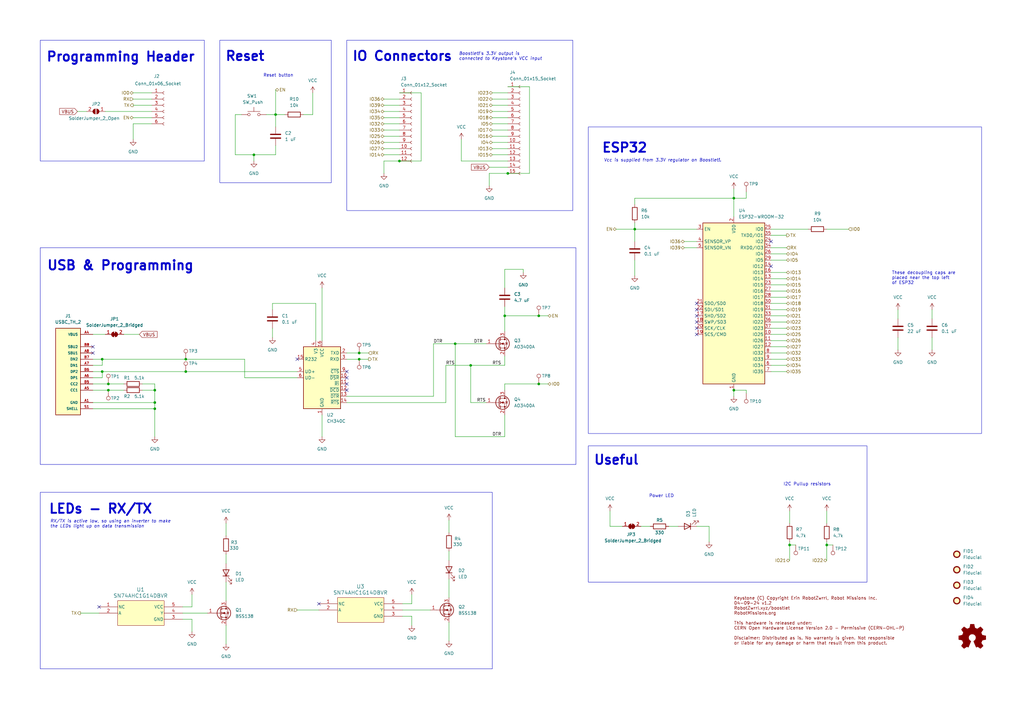
<source format=kicad_sch>
(kicad_sch (version 20231120) (generator "eeschema") (generator_version "8.0")
  (paper "A3")
  (title_block (title "Keystone-ESP") (date "03-09-24") (rev "v1.1"))
  (junction (at 163.83 66.04))
  (junction (at 44.45 157.48))
  (junction (at 41.91 152.4))
  (junction (at 76.2 147.32))
  (junction (at 63.5 167.64))
  (junction (at 76.2 152.4))
  (junction (at 63.5 165.1))
  (junction (at 300.99 160.02))
  (junction (at 147.32 147.32))
  (junction (at 339.09 223.52))
  (junction (at 147.32 144.78))
  (junction (at 104.14 63.5))
  (junction (at 41.91 147.32))
  (junction (at 63.5 160.02))
  (junction (at 260.35 93.98))
  (junction (at 44.45 160.02))
  (junction (at 220.98 129.54))
  (junction (at 323.85 223.52))
  (junction (at 207.01 129.54))
  (junction (at 300.99 81.28))
  (junction (at 186.69 140.97))
  (junction (at 193.04 149.86))
  (junction (at 208.28 71.12))
  (junction (at 113.03 46.99))
  (junction (at 220.98 157.48))
  (no_connect (at 285.75 127))
  (no_connect (at 285.75 134.62))
  (no_connect (at 316.23 109.22))
  (no_connect (at 285.75 132.08))
  (no_connect (at 142.24 160.02))
  (no_connect (at 142.24 157.48))
  (no_connect (at 142.24 152.4))
  (no_connect (at 285.75 129.54))
  (no_connect (at 38.1 142.24))
  (no_connect (at 38.1 144.78))
  (no_connect (at 285.75 124.46))
  (no_connect (at 316.23 99.06))
  (no_connect (at 40.64 248.92))
  (no_connect (at 142.24 154.94))
  (no_connect (at 130.81 247.65))
  (no_connect (at 285.75 137.16))
  (no_connect (at 121.92 147.32))
  (wire (pts (xy 184.15 255.27) (xy 184.15 262.89)))
  (wire (pts (xy 339.09 223.52) (xy 339.09 229.87)))
  (wire (pts (xy 207.01 110.49) (xy 207.01 118.11)))
  (wire (pts (xy 128.27 38.1) (xy 128.27 46.99)))
  (wire (pts (xy 132.08 170.18) (xy 132.08 179.07)))
  (wire (pts (xy 207.01 129.54) (xy 207.01 135.89)))
  (wire (pts (xy 142.24 165.1) (xy 182.88 165.1)))
  (wire (pts (xy 35.56 45.72) (xy 31.75 45.72)))
  (wire (pts (xy 157.48 43.18) (xy 163.83 43.18)))
  (wire (pts (xy 316.23 139.7) (xy 322.58 139.7)))
  (wire (pts (xy 41.91 149.86) (xy 41.91 147.32)))
  (wire (pts (xy 306.07 78.74) (xy 306.07 81.28)))
  (wire (pts (xy 62.23 40.64) (xy 54.61 40.64)))
  (wire (pts (xy 316.23 147.32) (xy 322.58 147.32)))
  (wire (pts (xy 280.67 101.6) (xy 285.75 101.6)))
  (wire (pts (xy 201.93 50.8) (xy 208.28 50.8)))
  (wire (pts (xy 184.15 213.36) (xy 184.15 218.44)))
  (wire (pts (xy 147.32 144.78) (xy 151.13 144.78)))
  (wire (pts (xy 38.1 147.32) (xy 41.91 147.32)))
  (wire (pts (xy 193.04 165.1) (xy 199.39 165.1)))
  (wire (pts (xy 208.28 66.04) (xy 189.23 66.04)))
  (wire (pts (xy 58.42 157.48) (xy 63.5 157.48)))
  (wire (pts (xy 62.23 38.1) (xy 54.61 38.1)))
  (wire (pts (xy 220.98 157.48) (xy 224.79 157.48)))
  (wire (pts (xy 92.71 256.54) (xy 92.71 264.16)))
  (wire (pts (xy 201.93 63.5) (xy 208.28 63.5)))
  (wire (pts (xy 323.85 222.25) (xy 323.85 223.52)))
  (wire (pts (xy 78.74 254) (xy 78.74 259.08)))
  (wire (pts (xy 157.48 63.5) (xy 163.83 63.5)))
  (wire (pts (xy 92.71 214.63) (xy 92.71 219.71)))
  (wire (pts (xy 92.71 227.33) (xy 92.71 231.14)))
  (wire (pts (xy 186.69 179.07) (xy 186.69 140.97)))
  (wire (pts (xy 208.28 71.12) (xy 217.17 71.12)))
  (wire (pts (xy 38.1 167.64) (xy 63.5 167.64)))
  (wire (pts (xy 147.32 147.32) (xy 151.13 147.32)))
  (wire (pts (xy 38.1 165.1) (xy 63.5 165.1)))
  (wire (pts (xy 207.01 129.54) (xy 220.98 129.54)))
  (wire (pts (xy 157.48 66.04) (xy 163.83 66.04)))
  (wire (pts (xy 104.14 63.5) (xy 104.14 66.04)))
  (wire (pts (xy 207.01 149.86) (xy 193.04 149.86)))
  (wire (pts (xy 300.99 160.02) (xy 300.99 162.56)))
  (wire (pts (xy 157.48 40.64) (xy 163.83 40.64)))
  (wire (pts (xy 111.76 134.62) (xy 111.76 138.43)))
  (wire (pts (xy 121.92 250.19) (xy 130.81 250.19)))
  (wire (pts (xy 207.01 146.05) (xy 207.01 149.86)))
  (wire (pts (xy 316.23 124.46) (xy 322.58 124.46)))
  (wire (pts (xy 323.85 223.52) (xy 323.85 229.87)))
  (wire (pts (xy 306.07 161.29) (xy 306.07 160.02)))
  (wire (pts (xy 285.75 215.9) (xy 290.83 215.9)))
  (wire (pts (xy 200.66 71.12) (xy 208.28 71.12)))
  (wire (pts (xy 85.09 251.46) (xy 74.93 251.46)))
  (wire (pts (xy 41.91 147.32) (xy 76.2 147.32)))
  (wire (pts (xy 260.35 93.98) (xy 260.35 99.06)))
  (wire (pts (xy 165.1 250.19) (xy 176.53 250.19)))
  (wire (pts (xy 214.63 110.49) (xy 207.01 110.49)))
  (wire (pts (xy 184.15 237.49) (xy 184.15 245.11)))
  (wire (pts (xy 33.02 251.46) (xy 40.64 251.46)))
  (wire (pts (xy 111.76 124.46) (xy 111.76 127)))
  (wire (pts (xy 129.54 124.46) (xy 111.76 124.46)))
  (wire (pts (xy 316.23 132.08) (xy 322.58 132.08)))
  (wire (pts (xy 207.01 125.73) (xy 207.01 129.54)))
  (wire (pts (xy 157.48 45.72) (xy 163.83 45.72)))
  (wire (pts (xy 208.28 35.56) (xy 217.17 35.56)))
  (wire (pts (xy 201.93 55.88) (xy 208.28 55.88)))
  (wire (pts (xy 157.48 55.88) (xy 163.83 55.88)))
  (wire (pts (xy 316.23 149.86) (xy 322.58 149.86)))
  (wire (pts (xy 214.63 111.76) (xy 214.63 110.49)))
  (wire (pts (xy 177.8 140.97) (xy 186.69 140.97)))
  (wire (pts (xy 76.2 147.32) (xy 100.33 147.32)))
  (wire (pts (xy 201.93 45.72) (xy 208.28 45.72)))
  (wire (pts (xy 339.09 209.55) (xy 339.09 214.63)))
  (wire (pts (xy 280.67 99.06) (xy 285.75 99.06)))
  (wire (pts (xy 322.58 96.52) (xy 316.23 96.52)))
  (wire (pts (xy 316.23 104.14) (xy 322.58 104.14)))
  (wire (pts (xy 165.1 247.65) (xy 168.91 247.65)))
  (wire (pts (xy 290.83 215.9) (xy 290.83 222.25)))
  (wire (pts (xy 142.24 162.56) (xy 177.8 162.56)))
  (wire (pts (xy 207.01 179.07) (xy 186.69 179.07)))
  (wire (pts (xy 63.5 167.64) (xy 63.5 179.07)))
  (wire (pts (xy 207.01 157.48) (xy 220.98 157.48)))
  (wire (pts (xy 38.1 149.86) (xy 41.91 149.86)))
  (wire (pts (xy 260.35 93.98) (xy 285.75 93.98)))
  (wire (pts (xy 201.93 53.34) (xy 208.28 53.34)))
  (wire (pts (xy 339.09 93.98) (xy 347.98 93.98)))
  (wire (pts (xy 163.83 66.04) (xy 172.72 66.04)))
  (wire (pts (xy 300.99 81.28) (xy 260.35 81.28)))
  (wire (pts (xy 96.52 63.5) (xy 104.14 63.5)))
  (wire (pts (xy 207.01 160.02) (xy 207.01 157.48)))
  (wire (pts (xy 62.23 43.18) (xy 54.61 43.18)))
  (wire (pts (xy 44.45 157.48) (xy 50.8 157.48)))
  (wire (pts (xy 201.93 58.42) (xy 208.28 58.42)))
  (wire (pts (xy 274.32 215.9) (xy 278.13 215.9)))
  (wire (pts (xy 316.23 142.24) (xy 322.58 142.24)))
  (wire (pts (xy 76.2 152.4) (xy 121.92 152.4)))
  (wire (pts (xy 38.1 152.4) (xy 41.91 152.4)))
  (wire (pts (xy 316.23 137.16) (xy 322.58 137.16)))
  (wire (pts (xy 339.09 223.52) (xy 341.63 223.52)))
  (wire (pts (xy 250.19 215.9) (xy 250.19 209.55)))
  (wire (pts (xy 62.23 45.72) (xy 43.18 45.72)))
  (wire (pts (xy 316.23 111.76) (xy 322.58 111.76)))
  (wire (pts (xy 41.91 152.4) (xy 76.2 152.4)))
  (wire (pts (xy 38.1 137.16) (xy 43.18 137.16)))
  (wire (pts (xy 368.3 127) (xy 368.3 130.81)))
  (wire (pts (xy 100.33 154.94) (xy 121.92 154.94)))
  (wire (pts (xy 96.52 46.99) (xy 96.52 63.5)))
  (wire (pts (xy 63.5 157.48) (xy 63.5 160.02)))
  (wire (pts (xy 316.23 114.3) (xy 322.58 114.3)))
  (wire (pts (xy 186.69 140.97) (xy 199.39 140.97)))
  (wire (pts (xy 58.42 160.02) (xy 63.5 160.02)))
  (wire (pts (xy 157.48 48.26) (xy 163.83 48.26)))
  (wire (pts (xy 132.08 118.11) (xy 132.08 139.7)))
  (wire (pts (xy 200.66 71.12) (xy 200.66 76.2)))
  (wire (pts (xy 113.03 46.99) (xy 113.03 52.07)))
  (wire (pts (xy 323.85 209.55) (xy 323.85 214.63)))
  (wire (pts (xy 316.23 134.62) (xy 322.58 134.62)))
  (wire (pts (xy 100.33 147.32) (xy 100.33 154.94)))
  (wire (pts (xy 62.23 48.26) (xy 54.61 48.26)))
  (wire (pts (xy 142.24 144.78) (xy 147.32 144.78)))
  (wire (pts (xy 316.23 127) (xy 322.58 127)))
  (wire (pts (xy 260.35 91.44) (xy 260.35 93.98)))
  (wire (pts (xy 168.91 247.65) (xy 168.91 243.84)))
  (wire (pts (xy 157.48 66.04) (xy 157.48 71.12)))
  (wire (pts (xy 201.93 43.18) (xy 208.28 43.18)))
  (wire (pts (xy 113.03 46.99) (xy 116.84 46.99)))
  (wire (pts (xy 316.23 106.68) (xy 322.58 106.68)))
  (wire (pts (xy 50.8 137.16) (xy 57.15 137.16)))
  (wire (pts (xy 339.09 222.25) (xy 339.09 223.52)))
  (wire (pts (xy 201.93 48.26) (xy 208.28 48.26)))
  (wire (pts (xy 74.93 248.92) (xy 78.74 248.92)))
  (wire (pts (xy 165.1 252.73) (xy 168.91 252.73)))
  (wire (pts (xy 177.8 162.56) (xy 177.8 140.97)))
  (wire (pts (xy 316.23 144.78) (xy 322.58 144.78)))
  (wire (pts (xy 157.48 53.34) (xy 163.83 53.34)))
  (wire (pts (xy 54.61 50.8) (xy 54.61 57.15)))
  (wire (pts (xy 260.35 81.28) (xy 260.35 83.82)))
  (wire (pts (xy 260.35 106.68) (xy 260.35 113.03)))
  (wire (pts (xy 157.48 58.42) (xy 163.83 58.42)))
  (wire (pts (xy 207.01 170.18) (xy 207.01 179.07)))
  (wire (pts (xy 189.23 57.15) (xy 189.23 66.04)))
  (wire (pts (xy 63.5 165.1) (xy 63.5 167.64)))
  (wire (pts (xy 316.23 119.38) (xy 322.58 119.38)))
  (wire (pts (xy 41.91 154.94) (xy 38.1 154.94)))
  (wire (pts (xy 41.91 152.4) (xy 41.91 154.94)))
  (wire (pts (xy 157.48 60.96) (xy 163.83 60.96)))
  (wire (pts (xy 157.48 50.8) (xy 163.83 50.8)))
  (wire (pts (xy 316.23 116.84) (xy 322.58 116.84)))
  (wire (pts (xy 74.93 254) (xy 78.74 254)))
  (wire (pts (xy 172.72 38.1) (xy 172.72 66.04)))
  (wire (pts (xy 316.23 93.98) (xy 331.47 93.98)))
  (wire (pts (xy 113.03 59.69) (xy 113.03 63.5)))
  (wire (pts (xy 262.89 215.9) (xy 266.7 215.9)))
  (wire (pts (xy 142.24 147.32) (xy 147.32 147.32)))
  (wire (pts (xy 382.27 138.43) (xy 382.27 143.51)))
  (wire (pts (xy 182.88 149.86) (xy 193.04 149.86)))
  (wire (pts (xy 220.98 129.54) (xy 224.79 129.54)))
  (wire (pts (xy 382.27 127) (xy 382.27 130.81)))
  (wire (pts (xy 252.73 93.98) (xy 260.35 93.98)))
  (wire (pts (xy 323.85 223.52) (xy 326.39 223.52)))
  (wire (pts (xy 44.45 160.02) (xy 50.8 160.02)))
  (wire (pts (xy 200.66 68.58) (xy 208.28 68.58)))
  (wire (pts (xy 316.23 101.6) (xy 322.58 101.6)))
  (wire (pts (xy 316.23 152.4) (xy 322.58 152.4)))
  (wire (pts (xy 168.91 252.73) (xy 168.91 256.54)))
  (wire (pts (xy 78.74 248.92) (xy 78.74 243.84)))
  (wire (pts (xy 201.93 40.64) (xy 208.28 40.64)))
  (wire (pts (xy 182.88 165.1) (xy 182.88 149.86)))
  (wire (pts (xy 163.83 38.1) (xy 172.72 38.1)))
  (wire (pts (xy 193.04 149.86) (xy 193.04 165.1)))
  (wire (pts (xy 306.07 81.28) (xy 300.99 81.28)))
  (wire (pts (xy 316.23 121.92) (xy 322.58 121.92)))
  (wire (pts (xy 99.06 46.99) (xy 96.52 46.99)))
  (wire (pts (xy 38.1 160.02) (xy 44.45 160.02)))
  (wire (pts (xy 201.93 60.96) (xy 208.28 60.96)))
  (wire (pts (xy 62.23 50.8) (xy 54.61 50.8)))
  (wire (pts (xy 113.03 63.5) (xy 104.14 63.5)))
  (wire (pts (xy 300.99 81.28) (xy 300.99 88.9)))
  (wire (pts (xy 300.99 77.47) (xy 300.99 81.28)))
  (wire (pts (xy 368.3 138.43) (xy 368.3 143.51)))
  (wire (pts (xy 38.1 157.48) (xy 44.45 157.48)))
  (wire (pts (xy 306.07 160.02) (xy 300.99 160.02)))
  (wire (pts (xy 316.23 129.54) (xy 322.58 129.54)))
  (wire (pts (xy 201.93 38.1) (xy 208.28 38.1)))
  (wire (pts (xy 113.03 36.83) (xy 113.03 46.99)))
  (wire (pts (xy 109.22 46.99) (xy 113.03 46.99)))
  (wire (pts (xy 217.17 35.56) (xy 217.17 71.12)))
  (wire (pts (xy 184.15 226.06) (xy 184.15 229.87)))
  (wire (pts (xy 63.5 160.02) (xy 63.5 165.1)))
  (wire (pts (xy 250.19 215.9) (xy 255.27 215.9)))
  (wire (pts (xy 92.71 238.76) (xy 92.71 246.38)))
  (wire (pts (xy 124.46 46.99) (xy 128.27 46.99)))
  (wire (pts (xy 129.54 139.7) (xy 129.54 124.46)))
  (rectangle (start 16.51 101.6) (end 236.22 190.5))
  (rectangle (start 241.3 182.88) (end 355.6 238.76))
  (rectangle (start 90.17 16.51) (end 135.89 74.93))
  (rectangle (start 241.3 52.07) (end 402.59 177.8))
  (rectangle (start 16.51 201.93) (end 201.93 274.32))
  (rectangle (start 142.24 16.51) (end 234.95 86.36))
  (rectangle (start 16.51 16.51) (end 83.82 66.04))
  (text "LEDs - RX/TX" (at 19.812 211.074 0) (effects (font (size 3.81 3.81) (thickness 0.762) (bold yes)) (justify left bottom)))
  (text "I2C Pullup resistors" (at 321.31 199.39 0) (effects (font (size 1.27 1.27)) (justify left bottom)))
  (text "USB & Programming" (at 19.05 111.252 0) (effects (font (size 3.81 3.81) (thickness 0.762) (bold yes)) (justify left bottom)))
  (text "Useful" (at 243.332 191.008 0) (effects (font (size 3.81 3.81) (thickness 0.762) (bold yes)) (justify left bottom)))
  (text "Programming Header" (at 18.796 25.654 0) (effects (font (size 3.81 3.81) (thickness 0.762) (bold yes)) (justify left bottom)))
  (text "Reset" (at 92.202 25.4 0) (effects (font (size 3.81 3.81) (thickness 0.762) (bold yes)) (justify left bottom)))
  (text "IO Connectors" (at 144.272 25.4 0) (effects (font (size 3.81 3.81) (thickness 0.762) (bold yes)) (justify left bottom)))
  (text "ESP32" (at 246.634 62.992 0) (effects (font (size 3.81 3.81) (thickness 0.762) (bold yes)) (justify left bottom)))
  (text "RX/TX is active low, so using an inverter to make\nthe LEDs light up on data transmission" (at 20.574 216.662 0) (effects (font (size 1.27 1.27) (italic yes)) (justify left bottom)))
  (text "Power LED" (at 266.192 204.216 0) (effects (font (size 1.27 1.27)) (justify left bottom)))
  (text "These decoupling caps are \nplaced near the top left\nof ESP32" (at 365.76 116.84 0) (effects (font (size 1.27 1.27)) (justify left bottom)))
  (text "Keystone (C) Copyright Erin RobotZwrrl, Robot Missions Inc.\n04-09-24 v1.2\nRobotZwrrl.xyz/boostlet\nRobotMissions.org\n\nThis hardware is released under:\nCERN Open Hardware License Version 2.0 - Permissive (CERN-OHL-P)\n\nDisclaimer: Distributed as is. No warranty is given. Not responsible \nor liable for any damage or harm that result from this product." (at 300.99 264.668 0) (effects (font (size 1.27 1.27)) (justify left bottom)))
  (text "Reset button" (at 107.95 31.75 0) (effects (font (size 1.27 1.27)) (justify left bottom)))
  (text "Vcc is supplied from 3.3V regulator on Boostlet!." (at 247.65 66.548 0) (effects (font (size 1.27 1.27) (italic yes)) (justify left bottom)))
  (text "Boostlet!'s 3.3V output is \nconnected to Keystone's VCC input" (at 188.214 24.892 0) (effects (font (size 1.27 1.27) (italic yes)) (justify left bottom)))
  (label "RTS" (at 182.88 149.86 0))
  (label "RTS" (at 201.93 149.86 0))
  (label "DTR" (at 194.31 140.97 0))
  (label "RTS" (at 195.58 165.1 0))
  (label "DTR" (at 201.93 179.07 0))
  (label "DTR" (at 177.8 140.97 0))
  (global_label "VBUS" (shape input) (at 31.75 45.72 180) (property "Intersheetrefs" "${INTERSHEET_REFS}" (effects (hide yes))))
  (global_label "VBUS" (shape input) (at 57.15 137.16 0) (property "Intersheetrefs" "${INTERSHEET_REFS}" (effects (hide yes))))
  (global_label "VBUS" (shape input) (at 200.66 68.58 180) (property "Intersheetrefs" "${INTERSHEET_REFS}" (effects (hide yes))))
  (hierarchical_label "EN" (shape bidirectional) (at 252.73 93.98 180))
  (hierarchical_label "IO33" (shape bidirectional) (at 322.58 147.32 0))
  (hierarchical_label "IO19" (shape bidirectional) (at 201.93 45.72 180))
  (hierarchical_label "IO17" (shape bidirectional) (at 201.93 53.34 180))
  (hierarchical_label "IO35" (shape bidirectional) (at 322.58 152.4 0))
  (hierarchical_label "IO39" (shape bidirectional) (at 157.48 43.18 180))
  (hierarchical_label "IO26" (shape bidirectional) (at 322.58 139.7 0))
  (hierarchical_label "IO35" (shape bidirectional) (at 157.48 48.26 180))
  (hierarchical_label "IO33" (shape bidirectional) (at 157.48 53.34 180))
  (hierarchical_label "IO16" (shape bidirectional) (at 201.93 55.88 180))
  (hierarchical_label "IO21" (shape bidirectional) (at 322.58 129.54 0))
  (hierarchical_label "IO26" (shape bidirectional) (at 157.48 58.42 180))
  (hierarchical_label "IO15" (shape bidirectional) (at 322.58 116.84 0))
  (hierarchical_label "IO0" (shape bidirectional) (at 54.61 38.1 180))
  (hierarchical_label "RX" (shape input) (at 322.58 101.6 0))
  (hierarchical_label "EN" (shape bidirectional) (at 224.79 129.54 0))
  (hierarchical_label "IO36" (shape bidirectional) (at 157.48 40.64 180))
  (hierarchical_label "EN" (shape bidirectional) (at 113.03 36.83 0))
  (hierarchical_label "IO22" (shape bidirectional) (at 339.09 229.87 180))
  (hierarchical_label "TX" (shape output) (at 54.61 43.18 180))
  (hierarchical_label "IO4" (shape bidirectional) (at 201.93 58.42 180))
  (hierarchical_label "IO23" (shape bidirectional) (at 322.58 134.62 0))
  (hierarchical_label "IO34" (shape bidirectional) (at 157.48 45.72 180))
  (hierarchical_label "IO22" (shape bidirectional) (at 322.58 132.08 0))
  (hierarchical_label "IO39" (shape bidirectional) (at 280.67 101.6 180))
  (hierarchical_label "IO19" (shape bidirectional) (at 322.58 127 0))
  (hierarchical_label "EN" (shape bidirectional) (at 54.61 48.26 180))
  (hierarchical_label "RX" (shape input) (at 151.13 144.78 0))
  (hierarchical_label "IO13" (shape bidirectional) (at 201.93 60.96 180))
  (hierarchical_label "IO15" (shape bidirectional) (at 201.93 63.5 180))
  (hierarchical_label "IO32" (shape bidirectional) (at 322.58 144.78 0))
  (hierarchical_label "IO34" (shape bidirectional) (at 322.58 149.86 0))
  (hierarchical_label "IO25" (shape bidirectional) (at 322.58 137.16 0))
  (hierarchical_label "RX" (shape input) (at 54.61 40.64 180))
  (hierarchical_label "IO4" (shape bidirectional) (at 322.58 104.14 0))
  (hierarchical_label "IO14" (shape bidirectional) (at 322.58 114.3 0))
  (hierarchical_label "IO27" (shape bidirectional) (at 157.48 60.96 180))
  (hierarchical_label "IO18" (shape bidirectional) (at 322.58 124.46 0))
  (hierarchical_label "IO18" (shape bidirectional) (at 201.93 48.26 180))
  (hierarchical_label "IO16" (shape bidirectional) (at 322.58 119.38 0))
  (hierarchical_label "RX" (shape input) (at 121.92 250.19 180))
  (hierarchical_label "IO17" (shape bidirectional) (at 322.58 121.92 0))
  (hierarchical_label "IO36" (shape bidirectional) (at 280.67 99.06 180))
  (hierarchical_label "IO0" (shape input) (at 347.98 93.98 0))
  (hierarchical_label "IO14" (shape bidirectional) (at 157.48 63.5 180))
  (hierarchical_label "IO21" (shape bidirectional) (at 201.93 43.18 180))
  (hierarchical_label "IO32" (shape bidirectional) (at 157.48 50.8 180))
  (hierarchical_label "IO5" (shape bidirectional) (at 322.58 106.68 0))
  (hierarchical_label "IO22" (shape bidirectional) (at 201.93 40.64 180))
  (hierarchical_label "TX" (shape output) (at 151.13 147.32 0))
  (hierarchical_label "IO27" (shape bidirectional) (at 322.58 142.24 0))
  (hierarchical_label "IO23" (shape bidirectional) (at 201.93 38.1 180))
  (hierarchical_label "IO5" (shape bidirectional) (at 201.93 50.8 180))
  (hierarchical_label "TX" (shape output) (at 33.02 251.46 180))
  (hierarchical_label "IO0" (shape bidirectional) (at 224.79 157.48 0))
  (hierarchical_label "IO25" (shape bidirectional) (at 157.48 55.88 180))
  (hierarchical_label "TX" (shape output) (at 322.58 96.52 0))
  (hierarchical_label "IO21" (shape bidirectional) (at 323.85 229.87 180))
  (hierarchical_label "IO13" (shape bidirectional) (at 322.58 111.76 0))
  (symbol (lib_id "Connector:Conn_01x12_Socket") (at 168.91 50.8 0) (unit 1)
    (property "Reference" "J3" (at 164.338 32.258 0) (effects (justify left)))
    (property "Value" "Conn_01x12_Socket" (at 164.338 34.798 0) (effects (justify left)))
    (property "Footprint" "!RobotButterfly:Oval_1x12_P2.54mm" (effects (hide yes)))
    (property "Description" "Generic connector, single row, 01x12, script generated" (effects (hide yes)))
  )
  (symbol (lib_id "Connector:TestPoint") (at 341.63 223.52 180) (unit 1)
    (property "Reference" "TP12" (at 344.932 225.044 0))
    (property "Value" "TestPoint" (effects (hide yes)))
    (property "Footprint" "TestPoint:TestPoint_Pad_D1.5mm" (effects (hide yes)))
  )
  (symbol (lib_id "RF_Module:ESP32-WROOM-32") (at 300.99 124.46 0) (unit 1)
    (property "Reference" "U4" (at 302.9459 86.36 0) (effects (justify left)))
    (property "Value" "ESP32-WROOM-32" (at 302.9459 88.9 0) (effects (justify left)))
    (property "Footprint" "RF_Module:ESP32-WROOM-32" (effects (hide yes)))
    (property "Datasheet" "https://www.espressif.com/sites/default/files/documentation/esp32-wroom-32_datasheet_en.pdf" (effects (hide yes)))
    (property "Digikey" "1965-ESP32-WROOM-32E-H4CT-ND" (effects (hide yes)))
  )
  (symbol (lib_id "Switch:SW_Push") (at 104.14 46.99 0) (unit 1)
    (property "Reference" "SW1" (at 105.41 39.37 0) (effects (justify right)))
    (property "Value" "SW_Push" (at 107.95 41.91 0) (effects (justify right)))
    (property "Footprint" "Button_Switch_SMD:SW_Tactile_SPST_NO_Straight_CK_PTS636Sx25SMTRLFS" (effects (hide yes)))
    (property "Digikey" "CKN12310-1-ND " (effects (hide yes)))
    (property "Digikey2" "CKN12330-1-ND" (effects (hide yes)))
  )
  (symbol (lib_id "power:VCC") (at 382.27 127 0) (unit 1)
    (property "Reference" "#PWR029" (effects (hide yes)))
    (property "Value" "VCC" (at 382.27 121.92 0))
  )
  (symbol (lib_id "power:GND") (at 368.3 143.51 0) (unit 1)
    (property "Reference" "#PWR028" (effects (hide yes)))
    (property "Value" "GND" (at 368.3 148.59 0))
  )
  (symbol (lib_id "power:GND") (at 300.99 162.56 0) (unit 1)
    (property "Reference" "#PWR026" (effects (hide yes)))
    (property "Value" "GND" (at 300.99 167.64 0))
  )
  (symbol (lib_id "Connector:TestPoint") (at 220.98 157.48 0) (unit 1)
    (property "Reference" "TP8" (at 224.028 154.178 0))
    (property "Value" "TestPoint" (effects (hide yes)))
    (property "Footprint" "TestPoint:TestPoint_Pad_D1.5mm" (effects (hide yes)))
  )
  (symbol (lib_id "power:VCC") (at 128.27 38.1 0) (unit 1)
    (property "Reference" "#PWR016" (effects (hide yes)))
    (property "Value" "VCC" (at 128.27 33.02 0))
  )
  (symbol (lib_id "power:VCC") (at 132.08 118.11 0) (unit 1)
    (property "Reference" "#PWR07" (effects (hide yes)))
    (property "Value" "VCC" (at 132.08 113.03 0))
  )
  (symbol (lib_id "Graphic:Logo_Open_Hardware_Small") (at 398.78 261.62 0) (unit 1) (exclude_from_sim yes) (in_bom no) (on_board no)
    (property "Reference" "#SYM1" (effects (hide yes)))
    (property "Value" "Logo_Open_Hardware_Small" (effects (hide yes)))
  )
  (symbol (lib_id "Device:R") (at 184.15 222.25 180) (unit 1)
    (property "Reference" "R4" (at 187.706 220.98 0))
    (property "Value" "330" (at 187.706 223.266 0))
    (property "Footprint" "Resistor_SMD:R_1206_3216Metric_Pad1.30x1.75mm_HandSolder" (effects (hide yes)))
    (property "Digikey" "RMCF1206FT330RCT-ND" (effects (hide yes)))
    (property "Digikey2" "311-330FRCT-ND" (effects (hide yes)))
  )
  (symbol (lib_id "power:GND") (at 200.66 76.2 0) (unit 1)
    (property "Reference" "#PWR024" (effects (hide yes)))
    (property "Value" "GND" (at 200.66 81.28 0))
  )
  (symbol (lib_id "power:VCC") (at 300.99 77.47 0) (unit 1)
    (property "Reference" "#PWR025" (effects (hide yes)))
    (property "Value" "VCC" (at 300.99 72.39 0))
  )
  (symbol (lib_id "Device:C") (at 260.35 102.87 0) (unit 1)
    (property "Reference" "C4" (at 264.16 101.6 0) (effects (justify left)))
    (property "Value" "0.1 uF" (at 264.16 104.14 0) (effects (justify left)))
    (property "Footprint" "Capacitor_SMD:C_1206_3216Metric_Pad1.33x1.80mm_HandSolder" (effects (hide yes)))
    (property "Digikey" "399-C1206C104K5RAC7210CT-ND" (effects (hide yes)))
  )
  (symbol (lib_id "power:GND") (at 290.83 222.25 0) (unit 1)
    (property "Reference" "#PWR018" (effects (hide yes)))
    (property "Value" "GND" (at 290.83 227.33 0))
  )
  (symbol (lib_id "Mechanical:Fiducial") (at 392.43 246.38 0) (unit 1)
    (property "Reference" "FID4" (at 394.97 245.11 0) (effects (justify left)))
    (property "Value" "Fiducial" (at 394.97 247.65 0) (effects (justify left)))
    (property "Footprint" "Fiducial:Fiducial_1mm_Mask2mm" (effects (hide yes)))
  )
  (symbol (lib_id "Connector:TestPoint") (at 326.39 223.52 180) (unit 1)
    (property "Reference" "TP11" (at 329.692 225.044 0))
    (property "Value" "TestPoint" (effects (hide yes)))
    (property "Footprint" "TestPoint:TestPoint_Pad_D1.5mm" (effects (hide yes)))
  )
  (symbol (lib_id "power:GND") (at 260.35 113.03 0) (unit 1)
    (property "Reference" "#PWR020" (effects (hide yes)))
    (property "Value" "GND" (at 260.35 118.11 0))
  )
  (symbol (lib_id "power:GND") (at 104.14 66.04 0) (unit 1)
    (property "Reference" "#PWR014" (effects (hide yes)))
    (property "Value" "GND" (at 104.14 71.12 0))
  )
  (symbol (lib_id "power:VCC") (at 168.91 243.84 0) (unit 1)
    (property "Reference" "#PWR010" (effects (hide yes)))
    (property "Value" "VCC" (at 168.91 238.76 0))
  )
  (symbol (lib_id "Connector:TestPoint") (at 220.98 129.54 0) (unit 1)
    (property "Reference" "TP7" (at 224.028 126.238 0))
    (property "Value" "TestPoint" (effects (hide yes)))
    (property "Footprint" "TestPoint:TestPoint_Pad_D1.5mm" (effects (hide yes)))
  )
  (symbol (lib_id "Connector:TestPoint") (at 76.2 147.32 0) (unit 1)
    (property "Reference" "TP3" (at 79.248 144.018 0))
    (property "Value" "TestPoint" (effects (hide yes)))
    (property "Footprint" "TestPoint:TestPoint_Pad_D1.5mm" (effects (hide yes)))
  )
  (symbol (lib_id "Jumper:SolderJumper_2_Bridged") (at 46.99 137.16 0) (unit 1)
    (property "Reference" "JP1" (at 46.99 130.81 0))
    (property "Value" "SolderJumper_2_Bridged" (at 46.99 133.35 0))
    (property "Footprint" "Jumper:SolderJumper-2_P1.3mm_Bridged_RoundedPad1.0x1.5mm" (effects (hide yes)))
    (property "Description" "Solder Jumper, 2-pole, closed/bridged" (effects (hide yes)))
  )
  (symbol (lib_id "Connector:TestPoint") (at 306.07 161.29 180) (unit 1)
    (property "Reference" "TP10" (at 309.88 164.592 0))
    (property "Value" "TestPoint" (effects (hide yes)))
    (property "Footprint" "TestPoint:TestPoint_Pad_D1.5mm" (effects (hide yes)))
  )
  (symbol (lib_id "Device:LED") (at 281.94 215.9 180) (unit 1)
    (property "Reference" "D3" (at 282.2575 212.09 90) (effects (justify right)))
    (property "Value" "LED" (at 284.7975 212.09 90) (effects (justify right)))
    (property "Footprint" "LED_SMD:LED_1206_3216Metric_Pad1.42x1.75mm_HandSolder" (effects (hide yes)))
    (property "Digikey" "160-1406-1-ND" (effects (hide yes)))
  )
  (symbol (lib_id "Mechanical:Fiducial") (at 392.43 233.68 0) (unit 1)
    (property "Reference" "FID2" (at 394.97 232.41 0) (effects (justify left)))
    (property "Value" "Fiducial" (at 394.97 234.95 0) (effects (justify left)))
    (property "Footprint" "Fiducial:Fiducial_1mm_Mask2mm" (effects (hide yes)))
  )
  (symbol (lib_id "power:GND") (at 214.63 111.76 0) (unit 1)
    (property "Reference" "#PWR017" (effects (hide yes)))
    (property "Value" "GND" (at 214.63 116.84 0))
  )
  (symbol (lib_id "Device:LED") (at 184.15 233.68 90) (unit 1)
    (property "Reference" "D2" (at 187.96 233.9975 90) (effects (justify right)))
    (property "Value" "LED" (at 187.96 236.5375 90) (effects (justify right)))
    (property "Footprint" "LED_SMD:LED_1206_3216Metric_Pad1.42x1.75mm_HandSolder" (effects (hide yes)))
    (property "Digikey" "160-1406-1-ND" (effects (hide yes)))
  )
  (symbol (lib_id "power:GND") (at 132.08 179.07 0) (unit 1)
    (property "Reference" "#PWR08" (effects (hide yes)))
    (property "Value" "GND" (at 132.08 184.15 0))
  )
  (symbol (lib_id "Device:R") (at 339.09 218.44 0) (unit 1)
    (property "Reference" "R8" (at 341.63 217.17 0) (effects (justify left)))
    (property "Value" "4.7k" (at 341.63 219.71 0) (effects (justify left)))
    (property "Footprint" "Resistor_SMD:R_1206_3216Metric_Pad1.30x1.75mm_HandSolder" (effects (hide yes)))
    (property "Digikey" "RMCF1206FT4K70CT-ND" (effects (hide yes)))
    (property "Digikey2" "311-4.70KFRCT-ND" (effects (hide yes)))
  )
  (symbol (lib_id "Device:C") (at 207.01 121.92 0) (unit 1)
    (property "Reference" "C3" (at 210.82 120.65 0) (effects (justify left)))
    (property "Value" "4.7 uF" (at 210.82 123.19 0) (effects (justify left)))
    (property "Footprint" "Capacitor_SMD:C_1206_3216Metric_Pad1.33x1.80mm_HandSolder" (effects (hide yes)))
    (property "Digikey" "399-C1206C475K5RAC7800CT-ND" (effects (hide yes)))
    (property "Digikey2" "1276-3179-1-ND" (effects (hide yes)))
  )
  (symbol (lib_id "power:GND") (at 54.61 57.15 0) (unit 1)
    (property "Reference" "#PWR09" (effects (hide yes)))
    (property "Value" "GND" (at 54.61 62.23 0))
  )
  (symbol (lib_id "Transistor_FET:BSS138") (at 90.17 251.46 0) (unit 1)
    (property "Reference" "Q1" (at 96.52 250.19 0) (effects (justify left)))
    (property "Value" "BSS138" (at 96.52 252.73 0) (effects (justify left)))
    (property "Footprint" "Package_TO_SOT_SMD:SOT-23" (effects (hide yes)))
    (property "Datasheet" "https://www.onsemi.com/pub/Collateral/BSS138-D.PDF" (effects (hide yes)))
    (property "Digikey" "4530-BSS138CT-ND" (effects (hide yes)))
  )
  (symbol (lib_id "Device:R") (at 54.61 160.02 90) (unit 1)
    (property "Reference" "R2" (at 52.07 162.56 90))
    (property "Value" "5.1k" (at 57.15 162.56 90))
    (property "Footprint" "Resistor_SMD:R_1206_3216Metric_Pad1.30x1.75mm_HandSolder" (effects (hide yes)))
    (property "Digikey" "RMCF1206FT5K10CT-ND" (effects (hide yes)))
  )
  (symbol (lib_id "!EK_Library:USBC_TH_2") (at 27.94 151.13 0) (unit 1)
    (property "Reference" "J1" (at 27.94 129.54 0))
    (property "Value" "USBC_TH_2" (at 27.94 132.08 0))
    (property "Footprint" "!EK_Library:USBC_TH_2" (effects (hide yes)))
    (property "PARTREV" "B" (effects (hide yes)))
    (property "STANDARD" "Manufacturer Recommendations" (effects (hide yes)))
    (property "SNAPEDA_PN" "USB4085-GF-A" (effects (hide yes)))
    (property "MAXIMUM_PACKAGE_HEIGHT" "3.16mm" (effects (hide yes)))
    (property "MANUFACTURER" "Global Connector Technology" (effects (hide yes)))
    (property "Digikey" "2073-USB4085-GF-ACT-ND" (effects (hide yes)))
  )
  (symbol (lib_id "Mechanical:Fiducial") (at 392.43 240.03 0) (unit 1)
    (property "Reference" "FID3" (at 394.97 238.76 0) (effects (justify left)))
    (property "Value" "Fiducial" (at 394.97 241.3 0) (effects (justify left)))
    (property "Footprint" "Fiducial:Fiducial_1mm_Mask2mm" (effects (hide yes)))
  )
  (symbol (lib_id "!EK_Library:SN74AHC1G14DBVR") (at 147.32 250.19 0) (unit 1)
    (property "Reference" "U3" (at 147.828 240.538 0) (effects (font (size 1.524 1.524))))
    (property "Value" "SN74AHC1G14DBVR" (at 147.828 243.078 0) (effects (font (size 1.524 1.524))))
    (property "Footprint" "!EK_Library:SN74AHC1G14DBVR" (effects (hide yes)))
    (property "Datasheet" "SN74AHC1G14DBVR" (effects (hide yes)))
    (property "Digikey" "296-1092-1-ND" (effects (hide yes)))
  )
  (symbol (lib_id "Connector:TestPoint") (at 147.32 147.32 180) (unit 1)
    (property "Reference" "TP6" (at 150.368 150.622 0))
    (property "Value" "TestPoint" (effects (hide yes)))
    (property "Footprint" "TestPoint:TestPoint_Pad_D1.5mm" (effects (hide yes)))
  )
  (symbol (lib_id "Device:R") (at 323.85 218.44 0) (unit 1)
    (property "Reference" "R7" (at 326.39 217.17 0) (effects (justify left)))
    (property "Value" "4.7k" (at 326.39 219.71 0) (effects (justify left)))
    (property "Footprint" "Resistor_SMD:R_1206_3216Metric_Pad1.30x1.75mm_HandSolder" (effects (hide yes)))
    (property "Digikey" "RMCF1206FT4K70CT-ND" (effects (hide yes)))
    (property "Digikey2" "311-4.70KFRCT-ND" (effects (hide yes)))
  )
  (symbol (lib_id "power:GND") (at 184.15 262.89 0) (unit 1)
    (property "Reference" "#PWR013" (effects (hide yes)))
    (property "Value" "GND" (at 184.15 267.97 0))
  )
  (symbol (lib_id "Transistor_FET:AO3400A") (at 204.47 140.97 0) (unit 1)
    (property "Reference" "Q3" (at 210.82 139.7 0) (effects (justify left)))
    (property "Value" "AO3400A" (at 210.82 142.24 0) (effects (justify left)))
    (property "Footprint" "Package_TO_SOT_SMD:SOT-23" (effects (hide yes)))
    (property "Datasheet" "http://www.aosmd.com/pdfs/datasheet/AO3400A.pdf" (effects (hide yes)))
    (property "Digikey" "785-1000-1-ND" (effects (hide yes)))
  )
  (symbol (lib_id "power:GND") (at 382.27 143.51 0) (unit 1)
    (property "Reference" "#PWR030" (effects (hide yes)))
    (property "Value" "GND" (at 382.27 148.59 0))
  )
  (symbol (lib_id "Device:R") (at 260.35 87.63 0) (unit 1)
    (property "Reference" "R6" (at 262.89 86.36 0) (effects (justify left)))
    (property "Value" "10k" (at 262.89 88.9 0) (effects (justify left)))
    (property "Footprint" "Resistor_SMD:R_1206_3216Metric_Pad1.30x1.75mm_HandSolder" (effects (hide yes)))
    (property "Digikey" "RMCF1206FT10K0CT-ND" (effects (hide yes)))
    (property "Digikey2" "311-10.0KFRCT-ND" (effects (hide yes)))
  )
  (symbol (lib_id "Device:R") (at 335.28 93.98 90) (unit 1)
    (property "Reference" "R9" (at 335.28 87.63 90))
    (property "Value" "10k" (at 335.28 90.17 90))
    (property "Footprint" "Resistor_SMD:R_1206_3216Metric_Pad1.30x1.75mm_HandSolder" (effects (hide yes)))
    (property "Digikey" "RMCF1206FT10K0CT-ND" (effects (hide yes)))
    (property "Digikey2" "311-10.0KFRCT-ND" (effects (hide yes)))
  )
  (symbol (lib_id "power:VCC") (at 250.19 209.55 0) (unit 1)
    (property "Reference" "#PWR015" (effects (hide yes)))
    (property "Value" "VCC" (at 250.19 204.47 0))
  )
  (symbol (lib_id "power:VCC") (at 92.71 214.63 0) (unit 1)
    (property "Reference" "#PWR04" (effects (hide yes)))
    (property "Value" "VCC" (at 92.71 209.55 0))
  )
  (symbol (lib_id "power:GND") (at 78.74 259.08 0) (unit 1)
    (property "Reference" "#PWR03" (effects (hide yes)))
    (property "Value" "GND" (at 78.74 264.16 0))
  )
  (symbol (lib_id "power:GND") (at 111.76 138.43 0) (unit 1)
    (property "Reference" "#PWR06" (effects (hide yes)))
    (property "Value" "GND" (at 111.76 143.51 0))
  )
  (symbol (lib_id "power:VCC") (at 339.09 209.55 0) (unit 1)
    (property "Reference" "#PWR023" (effects (hide yes)))
    (property "Value" "VCC" (at 339.09 204.47 0))
  )
  (symbol (lib_id "Jumper:SolderJumper_2_Bridged") (at 259.08 215.9 0) (unit 1)
    (property "Reference" "JP3" (at 258.826 219.202 0))
    (property "Value" "SolderJumper_2_Bridged" (at 259.588 221.742 0))
    (property "Footprint" "Jumper:SolderJumper-2_P1.3mm_Bridged_RoundedPad1.0x1.5mm" (effects (hide yes)))
    (property "Description" "Solder Jumper, 2-pole, closed/bridged" (effects (hide yes)))
  )
  (symbol (lib_id "Device:R") (at 120.65 46.99 90) (unit 1)
    (property "Reference" "R10" (at 120.65 40.64 90))
    (property "Value" "10k" (at 120.65 43.18 90))
    (property "Footprint" "Resistor_SMD:R_1206_3216Metric_Pad1.30x1.75mm_HandSolder" (effects (hide yes)))
    (property "Digikey" "RMCF1206FT10K0CT-ND" (effects (hide yes)))
    (property "Digikey2" "311-10.0KFRCT-ND" (effects (hide yes)))
  )
  (symbol (lib_id "power:GND") (at 157.48 71.12 0) (unit 1)
    (property "Reference" "#PWR019" (effects (hide yes)))
    (property "Value" "GND" (at 157.48 76.2 0))
  )
  (symbol (lib_id "Connector:TestPoint") (at 147.32 144.78 0) (unit 1)
    (property "Reference" "TP5" (at 150.368 141.478 0))
    (property "Value" "TestPoint" (effects (hide yes)))
    (property "Footprint" "TestPoint:TestPoint_Pad_D1.5mm" (effects (hide yes)))
  )
  (symbol (lib_id "Device:R") (at 92.71 223.52 180) (unit 1)
    (property "Reference" "R3" (at 96.012 222.504 0))
    (property "Value" "330" (at 96.012 224.79 0))
    (property "Footprint" "Resistor_SMD:R_1206_3216Metric_Pad1.30x1.75mm_HandSolder" (effects (hide yes)))
    (property "Digikey" "RMCF1206FT330RCT-ND" (effects (hide yes)))
    (property "Digikey2" "311-330FRCT-ND" (effects (hide yes)))
  )
  (symbol (lib_id "Device:C") (at 113.03 55.88 0) (unit 1)
    (property "Reference" "C2" (at 116.84 54.61 0) (effects (justify left)))
    (property "Value" "1 uF" (at 116.84 57.15 0) (effects (justify left)))
    (property "Footprint" "Capacitor_SMD:C_1206_3216Metric_Pad1.33x1.80mm_HandSolder" (effects (hide yes)))
    (property "Digikey" "1276-3091-1-ND" (effects (hide yes)))
  )
  (symbol (lib_id "Device:C") (at 368.3 134.62 0) (unit 1)
    (property "Reference" "C5" (at 372.11 133.35 0) (effects (justify left)))
    (property "Value" "22 uF" (at 372.11 135.89 0) (effects (justify left)))
    (property "Footprint" "Capacitor_SMD:C_1206_3216Metric_Pad1.33x1.80mm_HandSolder" (effects (hide yes)))
    (property "Digikey" "1276-3047-1-ND" (effects (hide yes)))
  )
  (symbol (lib_id "Jumper:SolderJumper_2_Open") (at 39.37 45.72 180) (unit 1)
    (property "Reference" "JP2" (at 39.37 42.672 0))
    (property "Value" "SolderJumper_2_Open" (at 38.608 48.514 0))
    (property "Footprint" "Jumper:SolderJumper-2_P1.3mm_Open_RoundedPad1.0x1.5mm" (effects (hide yes)))
    (property "Description" "Solder Jumper, 2-pole, open" (effects (hide yes)))
  )
  (symbol (lib_id "Device:R") (at 270.51 215.9 270) (unit 1)
    (property "Reference" "R5" (at 270.51 213.36 90))
    (property "Value" "330" (at 270.51 218.44 90))
    (property "Footprint" "Resistor_SMD:R_1206_3216Metric_Pad1.30x1.75mm_HandSolder" (effects (hide yes)))
    (property "Digikey" "RMCF1206FT330RCT-ND" (effects (hide yes)))
    (property "Digikey2" "311-330FRCT-ND" (effects (hide yes)))
  )
  (symbol (lib_id "power:VCC") (at 184.15 213.36 0) (unit 1)
    (property "Reference" "#PWR012" (effects (hide yes)))
    (property "Value" "VCC" (at 184.15 208.28 0))
  )
  (symbol (lib_id "Device:R") (at 54.61 157.48 90) (unit 1)
    (property "Reference" "R1" (at 52.07 154.94 90))
    (property "Value" "5.1k" (at 57.15 154.94 90))
    (property "Footprint" "Resistor_SMD:R_1206_3216Metric_Pad1.30x1.75mm_HandSolder" (effects (hide yes)))
    (property "Digikey" "RMCF1206FT5K10CT-ND" (effects (hide yes)))
  )
  (symbol (lib_id "Device:C") (at 382.27 134.62 0) (unit 1)
    (property "Reference" "C6" (at 386.08 133.35 0) (effects (justify left)))
    (property "Value" "0.1 uF" (at 386.08 135.89 0) (effects (justify left)))
    (property "Footprint" "Capacitor_SMD:C_1206_3216Metric_Pad1.33x1.80mm_HandSolder" (effects (hide yes)))
    (property "Digikey" "399-C1206C104K5RAC7210CT-ND" (effects (hide yes)))
  )
  (symbol (lib_id "Transistor_FET:BSS138") (at 181.61 250.19 0) (unit 1)
    (property "Reference" "Q2" (at 187.96 248.92 0) (effects (justify left)))
    (property "Value" "BSS138" (at 187.96 251.46 0) (effects (justify left)))
    (property "Footprint" "Package_TO_SOT_SMD:SOT-23" (effects (hide yes)))
    (property "Datasheet" "https://www.onsemi.com/pub/Collateral/BSS138-D.PDF" (effects (hide yes)))
    (property "Digikey" "4530-BSS138CT-ND" (effects (hide yes)))
  )
  (symbol (lib_id "Device:LED") (at 92.71 234.95 90) (unit 1)
    (property "Reference" "D1" (at 96.52 235.2675 90) (effects (justify right)))
    (property "Value" "LED" (at 96.52 237.8075 90) (effects (justify right)))
    (property "Footprint" "LED_SMD:LED_1206_3216Metric_Pad1.42x1.75mm_HandSolder" (effects (hide yes)))
    (property "Digikey" "160-1406-1-ND" (effects (hide yes)))
  )
  (symbol (lib_id "Connector:TestPoint") (at 306.07 78.74 0) (unit 1)
    (property "Reference" "TP9" (at 309.118 75.438 0))
    (property "Value" "TestPoint" (effects (hide yes)))
    (property "Footprint" "TestPoint:TestPoint_Pad_D1.5mm" (effects (hide yes)))
  )
  (symbol (lib_id "Interface_USB:CH340C") (at 132.08 154.94 0) (unit 1)
    (property "Reference" "U2" (at 134.0359 170.18 0) (effects (justify left)))
    (property "Value" "CH340C" (at 134.0359 172.72 0) (effects (justify left)))
    (property "Footprint" "Package_SO:SOIC-16_3.9x9.9mm_P1.27mm" (effects (hide yes)))
    (property "Datasheet" "https://datasheet.lcsc.com/szlcsc/Jiangsu-Qin-Heng-CH340C_C84681.pdf" (effects (hide yes)))
    (property "Digikey" "LCSC-C84681" (effects (hide yes)))
  )
  (symbol (lib_id "Connector:TestPoint") (at 44.45 160.02 180) (unit 1)
    (property "Reference" "TP2" (at 47.244 163.322 0))
    (property "Value" "TestPoint" (effects (hide yes)))
    (property "Footprint" "TestPoint:TestPoint_Pad_D1.5mm" (effects (hide yes)))
  )
  (symbol (lib_id "Connector:TestPoint") (at 44.45 157.48 0) (unit 1)
    (property "Reference" "TP1" (at 47.244 154.432 0))
    (property "Value" "TestPoint" (effects (hide yes)))
    (property "Footprint" "TestPoint:TestPoint_Pad_D1.5mm" (effects (hide yes)))
  )
  (symbol (lib_id "power:GND") (at 63.5 179.07 0) (unit 1)
    (property "Reference" "#PWR01" (effects (hide yes)))
    (property "Value" "GND" (at 63.5 184.15 0))
  )
  (symbol (lib_id "Connector:Conn_01x06_Socket") (at 67.31 43.18 0) (unit 1)
    (property "Reference" "J2" (at 64.262 31.242 0))
    (property "Value" "Conn_01x06_Socket" (at 64.77 34.29 0))
    (property "Footprint" "Connector_PinHeader_2.54mm:PinHeader_1x06_P2.54mm_Vertical" (effects (hide yes)))
  )
  (symbol (lib_id "power:GND") (at 92.71 264.16 0) (unit 1)
    (property "Reference" "#PWR05" (effects (hide yes)))
    (property "Value" "GND" (at 92.71 269.24 0))
  )
  (symbol (lib_id "Connector:TestPoint") (at 76.2 152.4 0) (unit 1)
    (property "Reference" "TP4" (at 79.248 149.098 0))
    (property "Value" "TestPoint" (effects (hide yes)))
    (property "Footprint" "TestPoint:TestPoint_Pad_D1.5mm" (effects (hide yes)))
  )
  (symbol (lib_id "Mechanical:Fiducial") (at 392.43 227.33 0) (unit 1)
    (property "Reference" "FID1" (at 394.97 226.06 0) (effects (justify left)))
    (property "Value" "Fiducial" (at 394.97 228.6 0) (effects (justify left)))
    (property "Footprint" "Fiducial:Fiducial_1mm_Mask2mm" (effects (hide yes)))
  )
  (symbol (lib_id "power:VCC") (at 78.74 243.84 0) (unit 1)
    (property "Reference" "#PWR02" (effects (hide yes)))
    (property "Value" "VCC" (at 78.74 238.76 0))
  )
  (symbol (lib_id "power:VCC") (at 368.3 127 0) (unit 1)
    (property "Reference" "#PWR027" (effects (hide yes)))
    (property "Value" "VCC" (at 368.3 121.92 0))
  )
  (symbol (lib_id "power:GND") (at 168.91 256.54 0) (unit 1)
    (property "Reference" "#PWR011" (effects (hide yes)))
    (property "Value" "GND" (at 168.91 261.62 0))
  )
  (symbol (lib_id "Transistor_FET:AO3400A") (at 204.47 165.1 0) (unit 1)
    (property "Reference" "Q4" (at 210.82 163.83 0) (effects (justify left)))
    (property "Value" "AO3400A" (at 210.82 166.37 0) (effects (justify left)))
    (property "Footprint" "Package_TO_SOT_SMD:SOT-23" (effects (hide yes)))
    (property "Datasheet" "http://www.aosmd.com/pdfs/datasheet/AO3400A.pdf" (effects (hide yes)))
    (property "Digikey" "785-1000-1-ND" (effects (hide yes)))
  )
  (symbol (lib_id "power:VCC") (at 189.23 57.15 0) (unit 1)
    (property "Reference" "#PWR022" (effects (hide yes)))
    (property "Value" "VCC" (at 189.23 52.07 0))
  )
  (symbol (lib_id "Connector:Conn_01x15_Socket") (at 213.36 53.34 0) (unit 1)
    (property "Reference" "J4" (at 209.042 29.718 0) (effects (justify left)))
    (property "Value" "Conn_01x15_Socket" (at 209.042 32.258 0) (effects (justify left)))
    (property "Footprint" "!RobotButterfly:Oval_1x15_P2.54mm" (effects (hide yes)))
    (property "Description" "Generic connector, single row, 01x15, script generated" (effects (hide yes)))
  )
  (symbol (lib_id "Device:C") (at 111.76 130.81 180) (unit 1)
    (property "Reference" "C1" (at 115.57 129.54 0) (effects (justify right)))
    (property "Value" "0.1 uF" (at 115.57 132.08 0) (effects (justify right)))
    (property "Footprint" "Capacitor_SMD:C_1206_3216Metric_Pad1.33x1.80mm_HandSolder" (effects (hide yes)))
    (property "Digikey" "399-C1206C104K5RAC7210CT-ND" (effects (hide yes)))
  )
  (symbol (lib_id "power:VCC") (at 323.85 209.55 0) (unit 1)
    (property "Reference" "#PWR021" (effects (hide yes)))
    (property "Value" "VCC" (at 323.85 204.47 0))
  )
  (symbol (lib_name "SN74AHC1G14DBVR_1") (lib_id "!EK_Library:SN74AHC1G14DBVR") (at 57.15 251.46 0) (unit 1)
    (property "Reference" "U1" (at 57.658 241.808 0) (effects (font (size 1.524 1.524))))
    (property "Value" "SN74AHC1G14DBVR" (at 57.658 244.348 0) (effects (font (size 1.524 1.524))))
    (property "Footprint" "!EK_Library:SN74AHC1G14DBVR" (effects (hide yes)))
    (property "Datasheet" "SN74AHC1G14DBVR" (effects (hide yes)))
    (property "Digikey" "296-1092-1-ND" (effects (hide yes)))
  )
)
</source>
